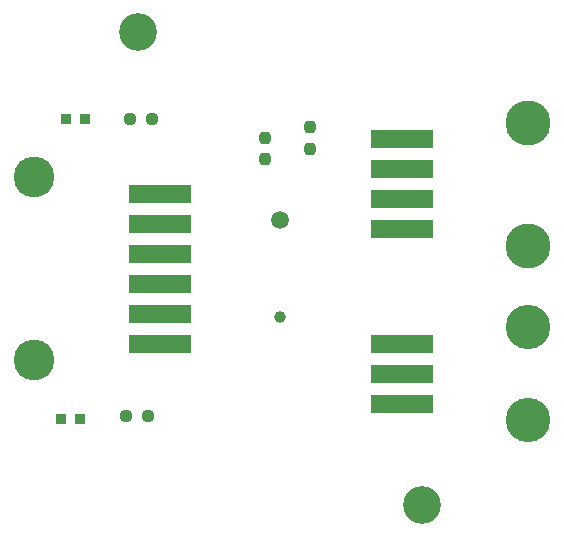
<source format=gbr>
%TF.GenerationSoftware,KiCad,Pcbnew,(6.0.6)*%
%TF.CreationDate,2022-07-19T20:12:23-04:00*%
%TF.ProjectId,4272SparkMaxBreakout,34323732-5370-4617-926b-4d6178427265,rev?*%
%TF.SameCoordinates,Original*%
%TF.FileFunction,Soldermask,Top*%
%TF.FilePolarity,Negative*%
%FSLAX46Y46*%
G04 Gerber Fmt 4.6, Leading zero omitted, Abs format (unit mm)*
G04 Created by KiCad (PCBNEW (6.0.6)) date 2022-07-19 20:12:23*
%MOMM*%
%LPD*%
G01*
G04 APERTURE LIST*
G04 Aperture macros list*
%AMRoundRect*
0 Rectangle with rounded corners*
0 $1 Rounding radius*
0 $2 $3 $4 $5 $6 $7 $8 $9 X,Y pos of 4 corners*
0 Add a 4 corners polygon primitive as box body*
4,1,4,$2,$3,$4,$5,$6,$7,$8,$9,$2,$3,0*
0 Add four circle primitives for the rounded corners*
1,1,$1+$1,$2,$3*
1,1,$1+$1,$4,$5*
1,1,$1+$1,$6,$7*
1,1,$1+$1,$8,$9*
0 Add four rect primitives between the rounded corners*
20,1,$1+$1,$2,$3,$4,$5,0*
20,1,$1+$1,$4,$5,$6,$7,0*
20,1,$1+$1,$6,$7,$8,$9,0*
20,1,$1+$1,$8,$9,$2,$3,0*%
G04 Aperture macros list end*
%ADD10C,3.450000*%
%ADD11R,5.330000X1.650000*%
%ADD12RoundRect,0.237500X0.237500X-0.250000X0.237500X0.250000X-0.237500X0.250000X-0.237500X-0.250000X0*%
%ADD13C,3.200000*%
%ADD14RoundRect,0.237500X-0.250000X-0.237500X0.250000X-0.237500X0.250000X0.237500X-0.250000X0.237500X0*%
%ADD15R,0.900000X0.950000*%
%ADD16RoundRect,0.237500X-0.237500X0.250000X-0.237500X-0.250000X0.237500X-0.250000X0.237500X0.250000X0*%
%ADD17C,3.760000*%
%ADD18C,3.810000*%
%ADD19RoundRect,0.237500X0.250000X0.237500X-0.250000X0.237500X-0.250000X-0.237500X0.250000X-0.237500X0*%
%ADD20C,1.500000*%
%ADD21C,1.000000*%
G04 APERTURE END LIST*
D10*
%TO.C,P1*%
X99800000Y-91310000D03*
X99800000Y-106810000D03*
D11*
X110490000Y-105410000D03*
X110490000Y-102870000D03*
X110490000Y-100330000D03*
X110490000Y-97790000D03*
X110490000Y-95250000D03*
X110490000Y-92710000D03*
%TD*%
D12*
%TO.C,R1*%
X123190000Y-88900000D03*
X123190000Y-87075000D03*
%TD*%
D13*
%TO.C,*%
X108600714Y-79000000D03*
%TD*%
%TO.C,MH2*%
X132700000Y-119100000D03*
%TD*%
D14*
%TO.C,R5*%
X107950000Y-86360000D03*
X109775000Y-86360000D03*
%TD*%
D15*
%TO.C,LED3*%
X102070000Y-111760000D03*
X103670000Y-111760000D03*
%TD*%
D16*
%TO.C,R2*%
X119380000Y-87987500D03*
X119380000Y-89812500D03*
%TD*%
D17*
%TO.C,P3*%
X141625000Y-111890000D03*
X141625000Y-104010000D03*
D11*
X130935000Y-105410000D03*
X130935000Y-107950000D03*
X130935000Y-110490000D03*
%TD*%
D18*
%TO.C,P2*%
X141625000Y-97125000D03*
X141625000Y-86705000D03*
D11*
X130935000Y-88105000D03*
X130935000Y-90645000D03*
X130935000Y-93185000D03*
X130935000Y-95725000D03*
%TD*%
D19*
%TO.C,R3*%
X109452500Y-111565000D03*
X107627500Y-111565000D03*
%TD*%
D15*
%TO.C,LED5*%
X104112500Y-86360000D03*
X102512500Y-86360000D03*
%TD*%
D20*
%TO.C,J500*%
X120685000Y-94940000D03*
D21*
X120685000Y-103180000D03*
%TD*%
M02*

</source>
